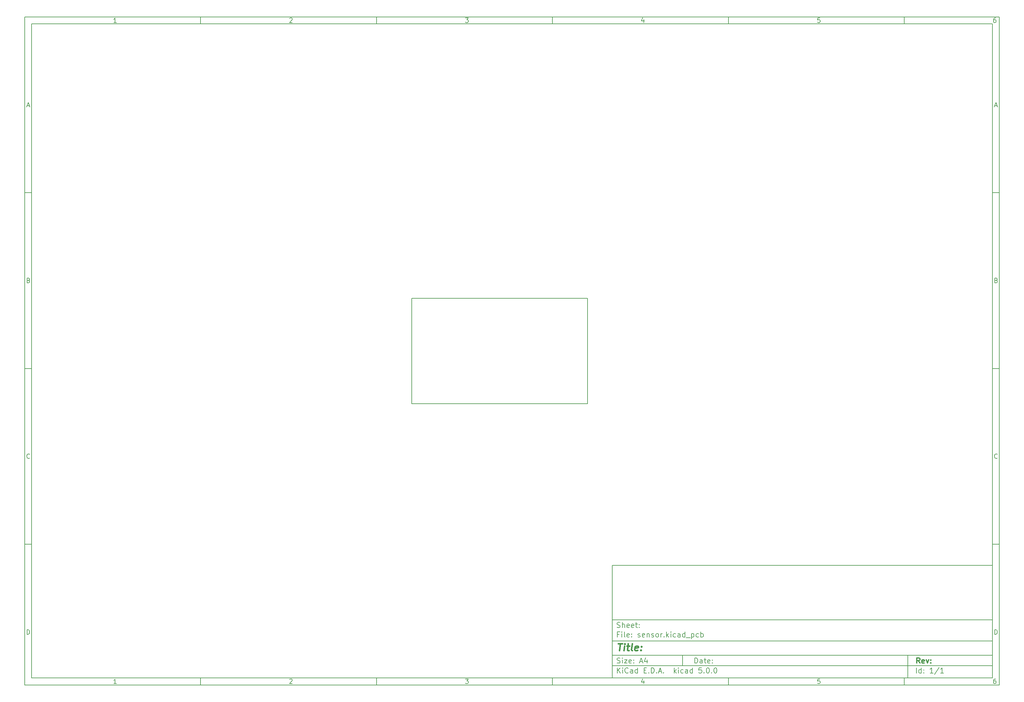
<source format=gm1>
G04 #@! TF.GenerationSoftware,KiCad,Pcbnew,5.0.0*
G04 #@! TF.CreationDate,2018-10-21T13:27:24+10:00*
G04 #@! TF.ProjectId,sensor,73656E736F722E6B696361645F706362,rev?*
G04 #@! TF.SameCoordinates,Original*
G04 #@! TF.FileFunction,Profile,NP*
%FSLAX46Y46*%
G04 Gerber Fmt 4.6, Leading zero omitted, Abs format (unit mm)*
G04 Created by KiCad (PCBNEW 5.0.0) date Sun Oct 21 13:27:24 2018*
%MOMM*%
%LPD*%
G01*
G04 APERTURE LIST*
%ADD10C,0.100000*%
%ADD11C,0.150000*%
%ADD12C,0.300000*%
%ADD13C,0.400000*%
G04 APERTURE END LIST*
D10*
D11*
X177002200Y-166007200D02*
X177002200Y-198007200D01*
X285002200Y-198007200D01*
X285002200Y-166007200D01*
X177002200Y-166007200D01*
D10*
D11*
X10000000Y-10000000D02*
X10000000Y-200007200D01*
X287002200Y-200007200D01*
X287002200Y-10000000D01*
X10000000Y-10000000D01*
D10*
D11*
X12000000Y-12000000D02*
X12000000Y-198007200D01*
X285002200Y-198007200D01*
X285002200Y-12000000D01*
X12000000Y-12000000D01*
D10*
D11*
X60000000Y-12000000D02*
X60000000Y-10000000D01*
D10*
D11*
X110000000Y-12000000D02*
X110000000Y-10000000D01*
D10*
D11*
X160000000Y-12000000D02*
X160000000Y-10000000D01*
D10*
D11*
X210000000Y-12000000D02*
X210000000Y-10000000D01*
D10*
D11*
X260000000Y-12000000D02*
X260000000Y-10000000D01*
D10*
D11*
X36065476Y-11588095D02*
X35322619Y-11588095D01*
X35694047Y-11588095D02*
X35694047Y-10288095D01*
X35570238Y-10473809D01*
X35446428Y-10597619D01*
X35322619Y-10659523D01*
D10*
D11*
X85322619Y-10411904D02*
X85384523Y-10350000D01*
X85508333Y-10288095D01*
X85817857Y-10288095D01*
X85941666Y-10350000D01*
X86003571Y-10411904D01*
X86065476Y-10535714D01*
X86065476Y-10659523D01*
X86003571Y-10845238D01*
X85260714Y-11588095D01*
X86065476Y-11588095D01*
D10*
D11*
X135260714Y-10288095D02*
X136065476Y-10288095D01*
X135632142Y-10783333D01*
X135817857Y-10783333D01*
X135941666Y-10845238D01*
X136003571Y-10907142D01*
X136065476Y-11030952D01*
X136065476Y-11340476D01*
X136003571Y-11464285D01*
X135941666Y-11526190D01*
X135817857Y-11588095D01*
X135446428Y-11588095D01*
X135322619Y-11526190D01*
X135260714Y-11464285D01*
D10*
D11*
X185941666Y-10721428D02*
X185941666Y-11588095D01*
X185632142Y-10226190D02*
X185322619Y-11154761D01*
X186127380Y-11154761D01*
D10*
D11*
X236003571Y-10288095D02*
X235384523Y-10288095D01*
X235322619Y-10907142D01*
X235384523Y-10845238D01*
X235508333Y-10783333D01*
X235817857Y-10783333D01*
X235941666Y-10845238D01*
X236003571Y-10907142D01*
X236065476Y-11030952D01*
X236065476Y-11340476D01*
X236003571Y-11464285D01*
X235941666Y-11526190D01*
X235817857Y-11588095D01*
X235508333Y-11588095D01*
X235384523Y-11526190D01*
X235322619Y-11464285D01*
D10*
D11*
X285941666Y-10288095D02*
X285694047Y-10288095D01*
X285570238Y-10350000D01*
X285508333Y-10411904D01*
X285384523Y-10597619D01*
X285322619Y-10845238D01*
X285322619Y-11340476D01*
X285384523Y-11464285D01*
X285446428Y-11526190D01*
X285570238Y-11588095D01*
X285817857Y-11588095D01*
X285941666Y-11526190D01*
X286003571Y-11464285D01*
X286065476Y-11340476D01*
X286065476Y-11030952D01*
X286003571Y-10907142D01*
X285941666Y-10845238D01*
X285817857Y-10783333D01*
X285570238Y-10783333D01*
X285446428Y-10845238D01*
X285384523Y-10907142D01*
X285322619Y-11030952D01*
D10*
D11*
X60000000Y-198007200D02*
X60000000Y-200007200D01*
D10*
D11*
X110000000Y-198007200D02*
X110000000Y-200007200D01*
D10*
D11*
X160000000Y-198007200D02*
X160000000Y-200007200D01*
D10*
D11*
X210000000Y-198007200D02*
X210000000Y-200007200D01*
D10*
D11*
X260000000Y-198007200D02*
X260000000Y-200007200D01*
D10*
D11*
X36065476Y-199595295D02*
X35322619Y-199595295D01*
X35694047Y-199595295D02*
X35694047Y-198295295D01*
X35570238Y-198481009D01*
X35446428Y-198604819D01*
X35322619Y-198666723D01*
D10*
D11*
X85322619Y-198419104D02*
X85384523Y-198357200D01*
X85508333Y-198295295D01*
X85817857Y-198295295D01*
X85941666Y-198357200D01*
X86003571Y-198419104D01*
X86065476Y-198542914D01*
X86065476Y-198666723D01*
X86003571Y-198852438D01*
X85260714Y-199595295D01*
X86065476Y-199595295D01*
D10*
D11*
X135260714Y-198295295D02*
X136065476Y-198295295D01*
X135632142Y-198790533D01*
X135817857Y-198790533D01*
X135941666Y-198852438D01*
X136003571Y-198914342D01*
X136065476Y-199038152D01*
X136065476Y-199347676D01*
X136003571Y-199471485D01*
X135941666Y-199533390D01*
X135817857Y-199595295D01*
X135446428Y-199595295D01*
X135322619Y-199533390D01*
X135260714Y-199471485D01*
D10*
D11*
X185941666Y-198728628D02*
X185941666Y-199595295D01*
X185632142Y-198233390D02*
X185322619Y-199161961D01*
X186127380Y-199161961D01*
D10*
D11*
X236003571Y-198295295D02*
X235384523Y-198295295D01*
X235322619Y-198914342D01*
X235384523Y-198852438D01*
X235508333Y-198790533D01*
X235817857Y-198790533D01*
X235941666Y-198852438D01*
X236003571Y-198914342D01*
X236065476Y-199038152D01*
X236065476Y-199347676D01*
X236003571Y-199471485D01*
X235941666Y-199533390D01*
X235817857Y-199595295D01*
X235508333Y-199595295D01*
X235384523Y-199533390D01*
X235322619Y-199471485D01*
D10*
D11*
X285941666Y-198295295D02*
X285694047Y-198295295D01*
X285570238Y-198357200D01*
X285508333Y-198419104D01*
X285384523Y-198604819D01*
X285322619Y-198852438D01*
X285322619Y-199347676D01*
X285384523Y-199471485D01*
X285446428Y-199533390D01*
X285570238Y-199595295D01*
X285817857Y-199595295D01*
X285941666Y-199533390D01*
X286003571Y-199471485D01*
X286065476Y-199347676D01*
X286065476Y-199038152D01*
X286003571Y-198914342D01*
X285941666Y-198852438D01*
X285817857Y-198790533D01*
X285570238Y-198790533D01*
X285446428Y-198852438D01*
X285384523Y-198914342D01*
X285322619Y-199038152D01*
D10*
D11*
X10000000Y-60000000D02*
X12000000Y-60000000D01*
D10*
D11*
X10000000Y-110000000D02*
X12000000Y-110000000D01*
D10*
D11*
X10000000Y-160000000D02*
X12000000Y-160000000D01*
D10*
D11*
X10690476Y-35216666D02*
X11309523Y-35216666D01*
X10566666Y-35588095D02*
X11000000Y-34288095D01*
X11433333Y-35588095D01*
D10*
D11*
X11092857Y-84907142D02*
X11278571Y-84969047D01*
X11340476Y-85030952D01*
X11402380Y-85154761D01*
X11402380Y-85340476D01*
X11340476Y-85464285D01*
X11278571Y-85526190D01*
X11154761Y-85588095D01*
X10659523Y-85588095D01*
X10659523Y-84288095D01*
X11092857Y-84288095D01*
X11216666Y-84350000D01*
X11278571Y-84411904D01*
X11340476Y-84535714D01*
X11340476Y-84659523D01*
X11278571Y-84783333D01*
X11216666Y-84845238D01*
X11092857Y-84907142D01*
X10659523Y-84907142D01*
D10*
D11*
X11402380Y-135464285D02*
X11340476Y-135526190D01*
X11154761Y-135588095D01*
X11030952Y-135588095D01*
X10845238Y-135526190D01*
X10721428Y-135402380D01*
X10659523Y-135278571D01*
X10597619Y-135030952D01*
X10597619Y-134845238D01*
X10659523Y-134597619D01*
X10721428Y-134473809D01*
X10845238Y-134350000D01*
X11030952Y-134288095D01*
X11154761Y-134288095D01*
X11340476Y-134350000D01*
X11402380Y-134411904D01*
D10*
D11*
X10659523Y-185588095D02*
X10659523Y-184288095D01*
X10969047Y-184288095D01*
X11154761Y-184350000D01*
X11278571Y-184473809D01*
X11340476Y-184597619D01*
X11402380Y-184845238D01*
X11402380Y-185030952D01*
X11340476Y-185278571D01*
X11278571Y-185402380D01*
X11154761Y-185526190D01*
X10969047Y-185588095D01*
X10659523Y-185588095D01*
D10*
D11*
X287002200Y-60000000D02*
X285002200Y-60000000D01*
D10*
D11*
X287002200Y-110000000D02*
X285002200Y-110000000D01*
D10*
D11*
X287002200Y-160000000D02*
X285002200Y-160000000D01*
D10*
D11*
X285692676Y-35216666D02*
X286311723Y-35216666D01*
X285568866Y-35588095D02*
X286002200Y-34288095D01*
X286435533Y-35588095D01*
D10*
D11*
X286095057Y-84907142D02*
X286280771Y-84969047D01*
X286342676Y-85030952D01*
X286404580Y-85154761D01*
X286404580Y-85340476D01*
X286342676Y-85464285D01*
X286280771Y-85526190D01*
X286156961Y-85588095D01*
X285661723Y-85588095D01*
X285661723Y-84288095D01*
X286095057Y-84288095D01*
X286218866Y-84350000D01*
X286280771Y-84411904D01*
X286342676Y-84535714D01*
X286342676Y-84659523D01*
X286280771Y-84783333D01*
X286218866Y-84845238D01*
X286095057Y-84907142D01*
X285661723Y-84907142D01*
D10*
D11*
X286404580Y-135464285D02*
X286342676Y-135526190D01*
X286156961Y-135588095D01*
X286033152Y-135588095D01*
X285847438Y-135526190D01*
X285723628Y-135402380D01*
X285661723Y-135278571D01*
X285599819Y-135030952D01*
X285599819Y-134845238D01*
X285661723Y-134597619D01*
X285723628Y-134473809D01*
X285847438Y-134350000D01*
X286033152Y-134288095D01*
X286156961Y-134288095D01*
X286342676Y-134350000D01*
X286404580Y-134411904D01*
D10*
D11*
X285661723Y-185588095D02*
X285661723Y-184288095D01*
X285971247Y-184288095D01*
X286156961Y-184350000D01*
X286280771Y-184473809D01*
X286342676Y-184597619D01*
X286404580Y-184845238D01*
X286404580Y-185030952D01*
X286342676Y-185278571D01*
X286280771Y-185402380D01*
X286156961Y-185526190D01*
X285971247Y-185588095D01*
X285661723Y-185588095D01*
D10*
D11*
X200434342Y-193785771D02*
X200434342Y-192285771D01*
X200791485Y-192285771D01*
X201005771Y-192357200D01*
X201148628Y-192500057D01*
X201220057Y-192642914D01*
X201291485Y-192928628D01*
X201291485Y-193142914D01*
X201220057Y-193428628D01*
X201148628Y-193571485D01*
X201005771Y-193714342D01*
X200791485Y-193785771D01*
X200434342Y-193785771D01*
X202577200Y-193785771D02*
X202577200Y-193000057D01*
X202505771Y-192857200D01*
X202362914Y-192785771D01*
X202077200Y-192785771D01*
X201934342Y-192857200D01*
X202577200Y-193714342D02*
X202434342Y-193785771D01*
X202077200Y-193785771D01*
X201934342Y-193714342D01*
X201862914Y-193571485D01*
X201862914Y-193428628D01*
X201934342Y-193285771D01*
X202077200Y-193214342D01*
X202434342Y-193214342D01*
X202577200Y-193142914D01*
X203077200Y-192785771D02*
X203648628Y-192785771D01*
X203291485Y-192285771D02*
X203291485Y-193571485D01*
X203362914Y-193714342D01*
X203505771Y-193785771D01*
X203648628Y-193785771D01*
X204720057Y-193714342D02*
X204577200Y-193785771D01*
X204291485Y-193785771D01*
X204148628Y-193714342D01*
X204077200Y-193571485D01*
X204077200Y-193000057D01*
X204148628Y-192857200D01*
X204291485Y-192785771D01*
X204577200Y-192785771D01*
X204720057Y-192857200D01*
X204791485Y-193000057D01*
X204791485Y-193142914D01*
X204077200Y-193285771D01*
X205434342Y-193642914D02*
X205505771Y-193714342D01*
X205434342Y-193785771D01*
X205362914Y-193714342D01*
X205434342Y-193642914D01*
X205434342Y-193785771D01*
X205434342Y-192857200D02*
X205505771Y-192928628D01*
X205434342Y-193000057D01*
X205362914Y-192928628D01*
X205434342Y-192857200D01*
X205434342Y-193000057D01*
D10*
D11*
X177002200Y-194507200D02*
X285002200Y-194507200D01*
D10*
D11*
X178434342Y-196585771D02*
X178434342Y-195085771D01*
X179291485Y-196585771D02*
X178648628Y-195728628D01*
X179291485Y-195085771D02*
X178434342Y-195942914D01*
X179934342Y-196585771D02*
X179934342Y-195585771D01*
X179934342Y-195085771D02*
X179862914Y-195157200D01*
X179934342Y-195228628D01*
X180005771Y-195157200D01*
X179934342Y-195085771D01*
X179934342Y-195228628D01*
X181505771Y-196442914D02*
X181434342Y-196514342D01*
X181220057Y-196585771D01*
X181077200Y-196585771D01*
X180862914Y-196514342D01*
X180720057Y-196371485D01*
X180648628Y-196228628D01*
X180577200Y-195942914D01*
X180577200Y-195728628D01*
X180648628Y-195442914D01*
X180720057Y-195300057D01*
X180862914Y-195157200D01*
X181077200Y-195085771D01*
X181220057Y-195085771D01*
X181434342Y-195157200D01*
X181505771Y-195228628D01*
X182791485Y-196585771D02*
X182791485Y-195800057D01*
X182720057Y-195657200D01*
X182577200Y-195585771D01*
X182291485Y-195585771D01*
X182148628Y-195657200D01*
X182791485Y-196514342D02*
X182648628Y-196585771D01*
X182291485Y-196585771D01*
X182148628Y-196514342D01*
X182077200Y-196371485D01*
X182077200Y-196228628D01*
X182148628Y-196085771D01*
X182291485Y-196014342D01*
X182648628Y-196014342D01*
X182791485Y-195942914D01*
X184148628Y-196585771D02*
X184148628Y-195085771D01*
X184148628Y-196514342D02*
X184005771Y-196585771D01*
X183720057Y-196585771D01*
X183577200Y-196514342D01*
X183505771Y-196442914D01*
X183434342Y-196300057D01*
X183434342Y-195871485D01*
X183505771Y-195728628D01*
X183577200Y-195657200D01*
X183720057Y-195585771D01*
X184005771Y-195585771D01*
X184148628Y-195657200D01*
X186005771Y-195800057D02*
X186505771Y-195800057D01*
X186720057Y-196585771D02*
X186005771Y-196585771D01*
X186005771Y-195085771D01*
X186720057Y-195085771D01*
X187362914Y-196442914D02*
X187434342Y-196514342D01*
X187362914Y-196585771D01*
X187291485Y-196514342D01*
X187362914Y-196442914D01*
X187362914Y-196585771D01*
X188077200Y-196585771D02*
X188077200Y-195085771D01*
X188434342Y-195085771D01*
X188648628Y-195157200D01*
X188791485Y-195300057D01*
X188862914Y-195442914D01*
X188934342Y-195728628D01*
X188934342Y-195942914D01*
X188862914Y-196228628D01*
X188791485Y-196371485D01*
X188648628Y-196514342D01*
X188434342Y-196585771D01*
X188077200Y-196585771D01*
X189577200Y-196442914D02*
X189648628Y-196514342D01*
X189577200Y-196585771D01*
X189505771Y-196514342D01*
X189577200Y-196442914D01*
X189577200Y-196585771D01*
X190220057Y-196157200D02*
X190934342Y-196157200D01*
X190077200Y-196585771D02*
X190577200Y-195085771D01*
X191077200Y-196585771D01*
X191577200Y-196442914D02*
X191648628Y-196514342D01*
X191577200Y-196585771D01*
X191505771Y-196514342D01*
X191577200Y-196442914D01*
X191577200Y-196585771D01*
X194577200Y-196585771D02*
X194577200Y-195085771D01*
X194720057Y-196014342D02*
X195148628Y-196585771D01*
X195148628Y-195585771D02*
X194577200Y-196157200D01*
X195791485Y-196585771D02*
X195791485Y-195585771D01*
X195791485Y-195085771D02*
X195720057Y-195157200D01*
X195791485Y-195228628D01*
X195862914Y-195157200D01*
X195791485Y-195085771D01*
X195791485Y-195228628D01*
X197148628Y-196514342D02*
X197005771Y-196585771D01*
X196720057Y-196585771D01*
X196577200Y-196514342D01*
X196505771Y-196442914D01*
X196434342Y-196300057D01*
X196434342Y-195871485D01*
X196505771Y-195728628D01*
X196577200Y-195657200D01*
X196720057Y-195585771D01*
X197005771Y-195585771D01*
X197148628Y-195657200D01*
X198434342Y-196585771D02*
X198434342Y-195800057D01*
X198362914Y-195657200D01*
X198220057Y-195585771D01*
X197934342Y-195585771D01*
X197791485Y-195657200D01*
X198434342Y-196514342D02*
X198291485Y-196585771D01*
X197934342Y-196585771D01*
X197791485Y-196514342D01*
X197720057Y-196371485D01*
X197720057Y-196228628D01*
X197791485Y-196085771D01*
X197934342Y-196014342D01*
X198291485Y-196014342D01*
X198434342Y-195942914D01*
X199791485Y-196585771D02*
X199791485Y-195085771D01*
X199791485Y-196514342D02*
X199648628Y-196585771D01*
X199362914Y-196585771D01*
X199220057Y-196514342D01*
X199148628Y-196442914D01*
X199077200Y-196300057D01*
X199077200Y-195871485D01*
X199148628Y-195728628D01*
X199220057Y-195657200D01*
X199362914Y-195585771D01*
X199648628Y-195585771D01*
X199791485Y-195657200D01*
X202362914Y-195085771D02*
X201648628Y-195085771D01*
X201577200Y-195800057D01*
X201648628Y-195728628D01*
X201791485Y-195657200D01*
X202148628Y-195657200D01*
X202291485Y-195728628D01*
X202362914Y-195800057D01*
X202434342Y-195942914D01*
X202434342Y-196300057D01*
X202362914Y-196442914D01*
X202291485Y-196514342D01*
X202148628Y-196585771D01*
X201791485Y-196585771D01*
X201648628Y-196514342D01*
X201577200Y-196442914D01*
X203077200Y-196442914D02*
X203148628Y-196514342D01*
X203077200Y-196585771D01*
X203005771Y-196514342D01*
X203077200Y-196442914D01*
X203077200Y-196585771D01*
X204077200Y-195085771D02*
X204220057Y-195085771D01*
X204362914Y-195157200D01*
X204434342Y-195228628D01*
X204505771Y-195371485D01*
X204577200Y-195657200D01*
X204577200Y-196014342D01*
X204505771Y-196300057D01*
X204434342Y-196442914D01*
X204362914Y-196514342D01*
X204220057Y-196585771D01*
X204077200Y-196585771D01*
X203934342Y-196514342D01*
X203862914Y-196442914D01*
X203791485Y-196300057D01*
X203720057Y-196014342D01*
X203720057Y-195657200D01*
X203791485Y-195371485D01*
X203862914Y-195228628D01*
X203934342Y-195157200D01*
X204077200Y-195085771D01*
X205220057Y-196442914D02*
X205291485Y-196514342D01*
X205220057Y-196585771D01*
X205148628Y-196514342D01*
X205220057Y-196442914D01*
X205220057Y-196585771D01*
X206220057Y-195085771D02*
X206362914Y-195085771D01*
X206505771Y-195157200D01*
X206577200Y-195228628D01*
X206648628Y-195371485D01*
X206720057Y-195657200D01*
X206720057Y-196014342D01*
X206648628Y-196300057D01*
X206577200Y-196442914D01*
X206505771Y-196514342D01*
X206362914Y-196585771D01*
X206220057Y-196585771D01*
X206077200Y-196514342D01*
X206005771Y-196442914D01*
X205934342Y-196300057D01*
X205862914Y-196014342D01*
X205862914Y-195657200D01*
X205934342Y-195371485D01*
X206005771Y-195228628D01*
X206077200Y-195157200D01*
X206220057Y-195085771D01*
D10*
D11*
X177002200Y-191507200D02*
X285002200Y-191507200D01*
D10*
D12*
X264411485Y-193785771D02*
X263911485Y-193071485D01*
X263554342Y-193785771D02*
X263554342Y-192285771D01*
X264125771Y-192285771D01*
X264268628Y-192357200D01*
X264340057Y-192428628D01*
X264411485Y-192571485D01*
X264411485Y-192785771D01*
X264340057Y-192928628D01*
X264268628Y-193000057D01*
X264125771Y-193071485D01*
X263554342Y-193071485D01*
X265625771Y-193714342D02*
X265482914Y-193785771D01*
X265197200Y-193785771D01*
X265054342Y-193714342D01*
X264982914Y-193571485D01*
X264982914Y-193000057D01*
X265054342Y-192857200D01*
X265197200Y-192785771D01*
X265482914Y-192785771D01*
X265625771Y-192857200D01*
X265697200Y-193000057D01*
X265697200Y-193142914D01*
X264982914Y-193285771D01*
X266197200Y-192785771D02*
X266554342Y-193785771D01*
X266911485Y-192785771D01*
X267482914Y-193642914D02*
X267554342Y-193714342D01*
X267482914Y-193785771D01*
X267411485Y-193714342D01*
X267482914Y-193642914D01*
X267482914Y-193785771D01*
X267482914Y-192857200D02*
X267554342Y-192928628D01*
X267482914Y-193000057D01*
X267411485Y-192928628D01*
X267482914Y-192857200D01*
X267482914Y-193000057D01*
D10*
D11*
X178362914Y-193714342D02*
X178577200Y-193785771D01*
X178934342Y-193785771D01*
X179077200Y-193714342D01*
X179148628Y-193642914D01*
X179220057Y-193500057D01*
X179220057Y-193357200D01*
X179148628Y-193214342D01*
X179077200Y-193142914D01*
X178934342Y-193071485D01*
X178648628Y-193000057D01*
X178505771Y-192928628D01*
X178434342Y-192857200D01*
X178362914Y-192714342D01*
X178362914Y-192571485D01*
X178434342Y-192428628D01*
X178505771Y-192357200D01*
X178648628Y-192285771D01*
X179005771Y-192285771D01*
X179220057Y-192357200D01*
X179862914Y-193785771D02*
X179862914Y-192785771D01*
X179862914Y-192285771D02*
X179791485Y-192357200D01*
X179862914Y-192428628D01*
X179934342Y-192357200D01*
X179862914Y-192285771D01*
X179862914Y-192428628D01*
X180434342Y-192785771D02*
X181220057Y-192785771D01*
X180434342Y-193785771D01*
X181220057Y-193785771D01*
X182362914Y-193714342D02*
X182220057Y-193785771D01*
X181934342Y-193785771D01*
X181791485Y-193714342D01*
X181720057Y-193571485D01*
X181720057Y-193000057D01*
X181791485Y-192857200D01*
X181934342Y-192785771D01*
X182220057Y-192785771D01*
X182362914Y-192857200D01*
X182434342Y-193000057D01*
X182434342Y-193142914D01*
X181720057Y-193285771D01*
X183077200Y-193642914D02*
X183148628Y-193714342D01*
X183077200Y-193785771D01*
X183005771Y-193714342D01*
X183077200Y-193642914D01*
X183077200Y-193785771D01*
X183077200Y-192857200D02*
X183148628Y-192928628D01*
X183077200Y-193000057D01*
X183005771Y-192928628D01*
X183077200Y-192857200D01*
X183077200Y-193000057D01*
X184862914Y-193357200D02*
X185577200Y-193357200D01*
X184720057Y-193785771D02*
X185220057Y-192285771D01*
X185720057Y-193785771D01*
X186862914Y-192785771D02*
X186862914Y-193785771D01*
X186505771Y-192214342D02*
X186148628Y-193285771D01*
X187077200Y-193285771D01*
D10*
D11*
X263434342Y-196585771D02*
X263434342Y-195085771D01*
X264791485Y-196585771D02*
X264791485Y-195085771D01*
X264791485Y-196514342D02*
X264648628Y-196585771D01*
X264362914Y-196585771D01*
X264220057Y-196514342D01*
X264148628Y-196442914D01*
X264077200Y-196300057D01*
X264077200Y-195871485D01*
X264148628Y-195728628D01*
X264220057Y-195657200D01*
X264362914Y-195585771D01*
X264648628Y-195585771D01*
X264791485Y-195657200D01*
X265505771Y-196442914D02*
X265577200Y-196514342D01*
X265505771Y-196585771D01*
X265434342Y-196514342D01*
X265505771Y-196442914D01*
X265505771Y-196585771D01*
X265505771Y-195657200D02*
X265577200Y-195728628D01*
X265505771Y-195800057D01*
X265434342Y-195728628D01*
X265505771Y-195657200D01*
X265505771Y-195800057D01*
X268148628Y-196585771D02*
X267291485Y-196585771D01*
X267720057Y-196585771D02*
X267720057Y-195085771D01*
X267577200Y-195300057D01*
X267434342Y-195442914D01*
X267291485Y-195514342D01*
X269862914Y-195014342D02*
X268577200Y-196942914D01*
X271148628Y-196585771D02*
X270291485Y-196585771D01*
X270720057Y-196585771D02*
X270720057Y-195085771D01*
X270577200Y-195300057D01*
X270434342Y-195442914D01*
X270291485Y-195514342D01*
D10*
D11*
X177002200Y-187507200D02*
X285002200Y-187507200D01*
D10*
D13*
X178714580Y-188211961D02*
X179857438Y-188211961D01*
X179036009Y-190211961D02*
X179286009Y-188211961D01*
X180274104Y-190211961D02*
X180440771Y-188878628D01*
X180524104Y-188211961D02*
X180416961Y-188307200D01*
X180500295Y-188402438D01*
X180607438Y-188307200D01*
X180524104Y-188211961D01*
X180500295Y-188402438D01*
X181107438Y-188878628D02*
X181869342Y-188878628D01*
X181476485Y-188211961D02*
X181262200Y-189926247D01*
X181333628Y-190116723D01*
X181512200Y-190211961D01*
X181702676Y-190211961D01*
X182655057Y-190211961D02*
X182476485Y-190116723D01*
X182405057Y-189926247D01*
X182619342Y-188211961D01*
X184190771Y-190116723D02*
X183988390Y-190211961D01*
X183607438Y-190211961D01*
X183428866Y-190116723D01*
X183357438Y-189926247D01*
X183452676Y-189164342D01*
X183571723Y-188973866D01*
X183774104Y-188878628D01*
X184155057Y-188878628D01*
X184333628Y-188973866D01*
X184405057Y-189164342D01*
X184381247Y-189354819D01*
X183405057Y-189545295D01*
X185155057Y-190021485D02*
X185238390Y-190116723D01*
X185131247Y-190211961D01*
X185047914Y-190116723D01*
X185155057Y-190021485D01*
X185131247Y-190211961D01*
X185286009Y-188973866D02*
X185369342Y-189069104D01*
X185262200Y-189164342D01*
X185178866Y-189069104D01*
X185286009Y-188973866D01*
X185262200Y-189164342D01*
D10*
D11*
X178934342Y-185600057D02*
X178434342Y-185600057D01*
X178434342Y-186385771D02*
X178434342Y-184885771D01*
X179148628Y-184885771D01*
X179720057Y-186385771D02*
X179720057Y-185385771D01*
X179720057Y-184885771D02*
X179648628Y-184957200D01*
X179720057Y-185028628D01*
X179791485Y-184957200D01*
X179720057Y-184885771D01*
X179720057Y-185028628D01*
X180648628Y-186385771D02*
X180505771Y-186314342D01*
X180434342Y-186171485D01*
X180434342Y-184885771D01*
X181791485Y-186314342D02*
X181648628Y-186385771D01*
X181362914Y-186385771D01*
X181220057Y-186314342D01*
X181148628Y-186171485D01*
X181148628Y-185600057D01*
X181220057Y-185457200D01*
X181362914Y-185385771D01*
X181648628Y-185385771D01*
X181791485Y-185457200D01*
X181862914Y-185600057D01*
X181862914Y-185742914D01*
X181148628Y-185885771D01*
X182505771Y-186242914D02*
X182577200Y-186314342D01*
X182505771Y-186385771D01*
X182434342Y-186314342D01*
X182505771Y-186242914D01*
X182505771Y-186385771D01*
X182505771Y-185457200D02*
X182577200Y-185528628D01*
X182505771Y-185600057D01*
X182434342Y-185528628D01*
X182505771Y-185457200D01*
X182505771Y-185600057D01*
X184291485Y-186314342D02*
X184434342Y-186385771D01*
X184720057Y-186385771D01*
X184862914Y-186314342D01*
X184934342Y-186171485D01*
X184934342Y-186100057D01*
X184862914Y-185957200D01*
X184720057Y-185885771D01*
X184505771Y-185885771D01*
X184362914Y-185814342D01*
X184291485Y-185671485D01*
X184291485Y-185600057D01*
X184362914Y-185457200D01*
X184505771Y-185385771D01*
X184720057Y-185385771D01*
X184862914Y-185457200D01*
X186148628Y-186314342D02*
X186005771Y-186385771D01*
X185720057Y-186385771D01*
X185577200Y-186314342D01*
X185505771Y-186171485D01*
X185505771Y-185600057D01*
X185577200Y-185457200D01*
X185720057Y-185385771D01*
X186005771Y-185385771D01*
X186148628Y-185457200D01*
X186220057Y-185600057D01*
X186220057Y-185742914D01*
X185505771Y-185885771D01*
X186862914Y-185385771D02*
X186862914Y-186385771D01*
X186862914Y-185528628D02*
X186934342Y-185457200D01*
X187077200Y-185385771D01*
X187291485Y-185385771D01*
X187434342Y-185457200D01*
X187505771Y-185600057D01*
X187505771Y-186385771D01*
X188148628Y-186314342D02*
X188291485Y-186385771D01*
X188577200Y-186385771D01*
X188720057Y-186314342D01*
X188791485Y-186171485D01*
X188791485Y-186100057D01*
X188720057Y-185957200D01*
X188577200Y-185885771D01*
X188362914Y-185885771D01*
X188220057Y-185814342D01*
X188148628Y-185671485D01*
X188148628Y-185600057D01*
X188220057Y-185457200D01*
X188362914Y-185385771D01*
X188577200Y-185385771D01*
X188720057Y-185457200D01*
X189648628Y-186385771D02*
X189505771Y-186314342D01*
X189434342Y-186242914D01*
X189362914Y-186100057D01*
X189362914Y-185671485D01*
X189434342Y-185528628D01*
X189505771Y-185457200D01*
X189648628Y-185385771D01*
X189862914Y-185385771D01*
X190005771Y-185457200D01*
X190077200Y-185528628D01*
X190148628Y-185671485D01*
X190148628Y-186100057D01*
X190077200Y-186242914D01*
X190005771Y-186314342D01*
X189862914Y-186385771D01*
X189648628Y-186385771D01*
X190791485Y-186385771D02*
X190791485Y-185385771D01*
X190791485Y-185671485D02*
X190862914Y-185528628D01*
X190934342Y-185457200D01*
X191077200Y-185385771D01*
X191220057Y-185385771D01*
X191720057Y-186242914D02*
X191791485Y-186314342D01*
X191720057Y-186385771D01*
X191648628Y-186314342D01*
X191720057Y-186242914D01*
X191720057Y-186385771D01*
X192434342Y-186385771D02*
X192434342Y-184885771D01*
X192577200Y-185814342D02*
X193005771Y-186385771D01*
X193005771Y-185385771D02*
X192434342Y-185957200D01*
X193648628Y-186385771D02*
X193648628Y-185385771D01*
X193648628Y-184885771D02*
X193577200Y-184957200D01*
X193648628Y-185028628D01*
X193720057Y-184957200D01*
X193648628Y-184885771D01*
X193648628Y-185028628D01*
X195005771Y-186314342D02*
X194862914Y-186385771D01*
X194577200Y-186385771D01*
X194434342Y-186314342D01*
X194362914Y-186242914D01*
X194291485Y-186100057D01*
X194291485Y-185671485D01*
X194362914Y-185528628D01*
X194434342Y-185457200D01*
X194577200Y-185385771D01*
X194862914Y-185385771D01*
X195005771Y-185457200D01*
X196291485Y-186385771D02*
X196291485Y-185600057D01*
X196220057Y-185457200D01*
X196077200Y-185385771D01*
X195791485Y-185385771D01*
X195648628Y-185457200D01*
X196291485Y-186314342D02*
X196148628Y-186385771D01*
X195791485Y-186385771D01*
X195648628Y-186314342D01*
X195577200Y-186171485D01*
X195577200Y-186028628D01*
X195648628Y-185885771D01*
X195791485Y-185814342D01*
X196148628Y-185814342D01*
X196291485Y-185742914D01*
X197648628Y-186385771D02*
X197648628Y-184885771D01*
X197648628Y-186314342D02*
X197505771Y-186385771D01*
X197220057Y-186385771D01*
X197077200Y-186314342D01*
X197005771Y-186242914D01*
X196934342Y-186100057D01*
X196934342Y-185671485D01*
X197005771Y-185528628D01*
X197077200Y-185457200D01*
X197220057Y-185385771D01*
X197505771Y-185385771D01*
X197648628Y-185457200D01*
X198005771Y-186528628D02*
X199148628Y-186528628D01*
X199505771Y-185385771D02*
X199505771Y-186885771D01*
X199505771Y-185457200D02*
X199648628Y-185385771D01*
X199934342Y-185385771D01*
X200077200Y-185457200D01*
X200148628Y-185528628D01*
X200220057Y-185671485D01*
X200220057Y-186100057D01*
X200148628Y-186242914D01*
X200077200Y-186314342D01*
X199934342Y-186385771D01*
X199648628Y-186385771D01*
X199505771Y-186314342D01*
X201505771Y-186314342D02*
X201362914Y-186385771D01*
X201077200Y-186385771D01*
X200934342Y-186314342D01*
X200862914Y-186242914D01*
X200791485Y-186100057D01*
X200791485Y-185671485D01*
X200862914Y-185528628D01*
X200934342Y-185457200D01*
X201077200Y-185385771D01*
X201362914Y-185385771D01*
X201505771Y-185457200D01*
X202148628Y-186385771D02*
X202148628Y-184885771D01*
X202148628Y-185457200D02*
X202291485Y-185385771D01*
X202577200Y-185385771D01*
X202720057Y-185457200D01*
X202791485Y-185528628D01*
X202862914Y-185671485D01*
X202862914Y-186100057D01*
X202791485Y-186242914D01*
X202720057Y-186314342D01*
X202577200Y-186385771D01*
X202291485Y-186385771D01*
X202148628Y-186314342D01*
D10*
D11*
X177002200Y-181507200D02*
X285002200Y-181507200D01*
D10*
D11*
X178362914Y-183614342D02*
X178577200Y-183685771D01*
X178934342Y-183685771D01*
X179077200Y-183614342D01*
X179148628Y-183542914D01*
X179220057Y-183400057D01*
X179220057Y-183257200D01*
X179148628Y-183114342D01*
X179077200Y-183042914D01*
X178934342Y-182971485D01*
X178648628Y-182900057D01*
X178505771Y-182828628D01*
X178434342Y-182757200D01*
X178362914Y-182614342D01*
X178362914Y-182471485D01*
X178434342Y-182328628D01*
X178505771Y-182257200D01*
X178648628Y-182185771D01*
X179005771Y-182185771D01*
X179220057Y-182257200D01*
X179862914Y-183685771D02*
X179862914Y-182185771D01*
X180505771Y-183685771D02*
X180505771Y-182900057D01*
X180434342Y-182757200D01*
X180291485Y-182685771D01*
X180077200Y-182685771D01*
X179934342Y-182757200D01*
X179862914Y-182828628D01*
X181791485Y-183614342D02*
X181648628Y-183685771D01*
X181362914Y-183685771D01*
X181220057Y-183614342D01*
X181148628Y-183471485D01*
X181148628Y-182900057D01*
X181220057Y-182757200D01*
X181362914Y-182685771D01*
X181648628Y-182685771D01*
X181791485Y-182757200D01*
X181862914Y-182900057D01*
X181862914Y-183042914D01*
X181148628Y-183185771D01*
X183077200Y-183614342D02*
X182934342Y-183685771D01*
X182648628Y-183685771D01*
X182505771Y-183614342D01*
X182434342Y-183471485D01*
X182434342Y-182900057D01*
X182505771Y-182757200D01*
X182648628Y-182685771D01*
X182934342Y-182685771D01*
X183077200Y-182757200D01*
X183148628Y-182900057D01*
X183148628Y-183042914D01*
X182434342Y-183185771D01*
X183577200Y-182685771D02*
X184148628Y-182685771D01*
X183791485Y-182185771D02*
X183791485Y-183471485D01*
X183862914Y-183614342D01*
X184005771Y-183685771D01*
X184148628Y-183685771D01*
X184648628Y-183542914D02*
X184720057Y-183614342D01*
X184648628Y-183685771D01*
X184577200Y-183614342D01*
X184648628Y-183542914D01*
X184648628Y-183685771D01*
X184648628Y-182757200D02*
X184720057Y-182828628D01*
X184648628Y-182900057D01*
X184577200Y-182828628D01*
X184648628Y-182757200D01*
X184648628Y-182900057D01*
D10*
D11*
X197002200Y-191507200D02*
X197002200Y-194507200D01*
D10*
D11*
X261002200Y-191507200D02*
X261002200Y-198007200D01*
X120000000Y-90000000D02*
X120000000Y-120000000D01*
X170000000Y-120000000D02*
X120000000Y-120000000D01*
X170000000Y-90000000D02*
X170000000Y-120000000D01*
X120000000Y-90000000D02*
X170000000Y-90000000D01*
M02*

</source>
